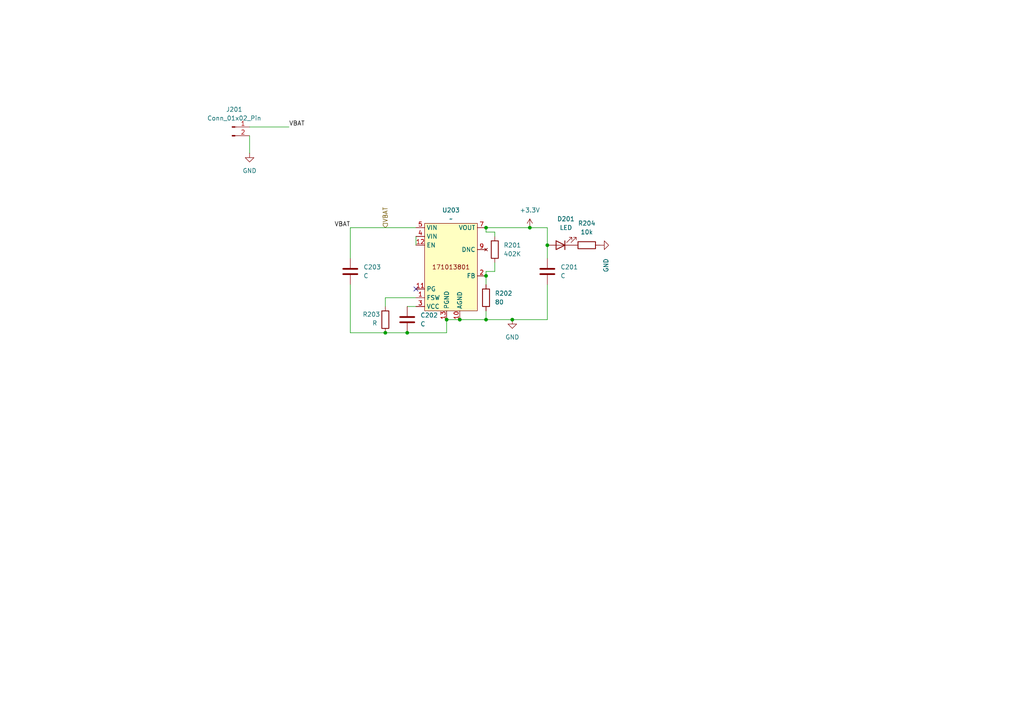
<source format=kicad_sch>
(kicad_sch (version 20231120) (generator "eeschema") (generator_version "8.0")
  (paper "A4")
  (lib_symbols
    (symbol "Connector:Conn_01x02_Pin" (pin_names (offset 1.016) hide)
      (property "Reference" "J" (at 0 2.54 0))
      (property "Value" "Conn_01x02_Pin" (at 0 -5.08 0))
      (symbol "Conn_01x02_Pin_1_1"
        (polyline (pts (xy 1.27 -2.54) (xy 0.8636 -2.54)) (stroke (width 0.1524)))
        (polyline (pts (xy 1.27 0) (xy 0.8636 0)) (stroke (width 0.1524)))
        (rectangle (start 0.8636 -2.413) (end 0 -2.667) (stroke (width 0.1524)) (fill (type outline)))
        (rectangle (start 0.8636 0.127) (end 0 -0.127) (stroke (width 0.1524)) (fill (type outline)))
        (pin passive line (at 5.08 0 180) (length 3.81) (name "Pin_1") (number "1"))
        (pin passive line (at 5.08 -2.54 180) (length 3.81) (name "Pin_2") (number "2"))
      )
    )
    (symbol "Device:C" (pin_numbers hide) (pin_names (offset 0.254))
      (property "Reference" "C" (at 0.635 2.54 0))
      (property "Value" "C" (at 0.635 -2.54 0))
      (symbol "C_0_1"
        (polyline (pts (xy -2.032 -0.762) (xy 2.032 -0.762)) (stroke (width 0.508)))
        (polyline (pts (xy -2.032 0.762) (xy 2.032 0.762)) (stroke (width 0.508)))
      )
      (symbol "C_1_1"
        (pin passive line (at 0 3.81 270) (length 2.794) (name "~") (number "1"))
        (pin passive line (at 0 -3.81 90) (length 2.794) (name "~") (number "2"))
      )
    )
    (symbol "Device:LED" (pin_numbers hide) (pin_names (offset 1.016) hide)
      (property "Reference" "D" (at 0 2.54 0))
      (property "Value" "LED" (at 0 -2.54 0))
      (symbol "LED_0_1"
        (polyline (pts (xy -1.27 -1.27) (xy -1.27 1.27)) (stroke (width 0.254)))
        (polyline (pts (xy -1.27 0) (xy 1.27 0)))
        (polyline (pts (xy 1.27 -1.27) (xy 1.27 1.27) (xy -1.27 0) (xy 1.27 -1.27)) (stroke (width 0.254)))
        (polyline (pts (xy -3.048 -0.762) (xy -4.572 -2.286) (xy -3.81 -2.286) (xy -4.572 -2.286) (xy -4.572 -1.524)))
        (polyline (pts (xy -1.778 -0.762) (xy -3.302 -2.286) (xy -2.54 -2.286) (xy -3.302 -2.286) (xy -3.302 -1.524)))
      )
      (symbol "LED_1_1"
        (pin passive line (at -3.81 0 0) (length 2.54) (name "K") (number "1"))
        (pin passive line (at 3.81 0 180) (length 2.54) (name "A") (number "2"))
      )
    )
    (symbol "Device:R" (pin_numbers hide) (pin_names (offset 0))
      (property "Reference" "R" (at 2.032 0 90))
      (property "Value" "R" (at 0 0 90))
      (symbol "R_0_1"
        (rectangle (start -1.016 -2.54) (end 1.016 2.54) (stroke (width 0.254)))
      )
      (symbol "R_1_1"
        (pin passive line (at 0 3.81 270) (length 1.27) (name "~") (number "1"))
        (pin passive line (at 0 -3.81 90) (length 1.27) (name "~") (number "2"))
      )
    )
    (symbol "makermotor:171013801"
      (property "Reference" "U" (at 0 11.43 0))
      (symbol "171013801_1_1"
        (rectangle (start -7.62 12.7) (end 7.62 -12.7) (fill (type background)))
        (text "171013801" (at 0 0 0) (effects (font (size 1.27 1.27))))
        (pin power_in line (at -10.16 -8.89 0) (length 2.54) (name "FSW") (number "1"))
        (pin power_in line (at 2.54 -15.24 90) (length 2.54) (name "AGND") (number "10"))
        (pin power_in line (at -10.16 -6.35 0) (length 2.54) (name "PG") (number "11"))
        (pin input line (at -10.16 6.35 0) (length 2.54) (name "EN") (number "12"))
        (pin power_in line (at -1.27 -15.24 90) (length 2.54) (name "PGND") (number "13"))
        (pin power_out line (at 10.16 -2.54 180) (length 2.54) (name "FB") (number "2"))
        (pin power_in line (at -10.16 -11.43 0) (length 2.54) (name "VCC") (number "3"))
        (pin input line (at -10.16 8.89 0) (length 2.54) (name "VIN") (number "4"))
        (pin input line (at -10.16 11.43 0) (length 2.54) (name "VIN") (number "5"))
        (pin power_out line (at 10.16 11.43 180) (length 2.54) (name "VOUT") (number "7"))
        (pin no_connect line (at 10.16 5.08 180) (length 2.54) (name "DNC") (number "9"))
      )
    )
    (symbol "power:+3.3V" (power) (pin_numbers hide) (pin_names (offset 0) hide)
      (property "Value" "+3.3V" (at 0 3.556 0))
      (symbol "+3.3V_0_1"
        (polyline (pts (xy -0.762 1.27) (xy 0 2.54)))
        (polyline (pts (xy 0 0) (xy 0 2.54)))
        (polyline (pts (xy 0 2.54) (xy 0.762 1.27)))
      )
      (symbol "+3.3V_1_1"
        (pin power_in line (at 0 0 90) (length 0) (name "~") (number "1"))
      )
    )
    (symbol "power:GND" (power) (pin_numbers hide) (pin_names (offset 0) hide)
      (property "Value" "GND" (at 0 -3.81 0))
      (symbol "GND_0_1"
        (polyline (pts (xy 0 0) (xy 0 -1.27) (xy 1.27 -1.27) (xy 0 -2.54) (xy -1.27 -1.27) (xy 0 -1.27)))
      )
      (symbol "GND_1_1"
        (pin power_in line (at 0 0 270) (length 0) (name "~") (number "1"))
      )
    )
  )
  (junction (at 140.97 92.71))
  (junction (at 129.54 92.71))
  (junction (at 158.75 71.12))
  (junction (at 140.97 66.04))
  (junction (at 111.76 96.52))
  (junction (at 133.35 92.71))
  (junction (at 148.59 92.71))
  (junction (at 153.67 66.04))
  (junction (at 140.97 80.01))
  (junction (at 118.11 96.52))
  (no_connect (at 120.65 83.82))
  (wire (pts (xy 153.67 66.04) (xy 140.97 66.04)))
  (wire (pts (xy 140.97 67.31) (xy 140.97 66.04)))
  (wire (pts (xy 111.76 96.52) (xy 118.11 96.52)))
  (wire (pts (xy 158.75 92.71) (xy 158.75 82.55)))
  (wire (pts (xy 101.6 66.04) (xy 120.65 66.04)))
  (wire (pts (xy 101.6 96.52) (xy 111.76 96.52)))
  (wire (pts (xy 101.6 74.93) (xy 101.6 66.04)))
  (wire (pts (xy 140.97 78.74) (xy 140.97 80.01)))
  (wire (pts (xy 158.75 74.93) (xy 158.75 71.12)))
  (wire (pts (xy 143.51 76.2) (xy 143.51 78.74)))
  (wire (pts (xy 111.76 86.36) (xy 120.65 86.36)))
  (wire (pts (xy 140.97 80.01) (xy 140.97 82.55)))
  (wire (pts (xy 140.97 92.71) (xy 148.59 92.71)))
  (wire (pts (xy 143.51 67.31) (xy 140.97 67.31)))
  (wire (pts (xy 118.11 88.9) (xy 120.65 88.9)))
  (wire (pts (xy 120.65 68.58) (xy 120.65 71.12)))
  (wire (pts (xy 140.97 90.17) (xy 140.97 92.71)))
  (wire (pts (xy 72.39 39.37) (xy 72.39 44.45)))
  (wire (pts (xy 101.6 82.55) (xy 101.6 96.52)))
  (wire (pts (xy 111.76 86.36) (xy 111.76 88.9)))
  (wire (pts (xy 129.54 96.52) (xy 118.11 96.52)))
  (wire (pts (xy 148.59 92.71) (xy 158.75 92.71)))
  (wire (pts (xy 72.39 36.83) (xy 83.82 36.83)))
  (wire (pts (xy 129.54 92.71) (xy 133.35 92.71)))
  (wire (pts (xy 143.51 67.31) (xy 143.51 68.58)))
  (wire (pts (xy 143.51 78.74) (xy 140.97 78.74)))
  (wire (pts (xy 140.97 92.71) (xy 133.35 92.71)))
  (wire (pts (xy 158.75 66.04) (xy 153.67 66.04)))
  (wire (pts (xy 129.54 92.71) (xy 129.54 96.52)))
  (wire (pts (xy 158.75 71.12) (xy 158.75 66.04)))
  (label "VBAT" (at 83.82 36.83 0))
  (label "VBAT" (at 101.6 66.04 180))
  (hierarchical_label "VBAT" (shape input) (at 111.76 66.04 90))
  (symbol (lib_id "power:GND") (at 173.99 71.12 90) (unit 1)
    (property "Reference" "#PWR0205" (effects (hide yes)))
    (property "Value" "GND" (at 175.768 74.93 0) (effects (justify right)))
    (property "Description" "Power symbol creates a global label with name \"GND\" , ground" (effects (hide yes)))
  )
  (symbol (lib_id "Device:R") (at 143.51 72.39 0) (unit 1)
    (property "Reference" "R201" (at 146.05 71.1199 0) (effects (justify left)))
    (property "Value" "402K" (at 146.05 73.6599 0) (effects (justify left)))
    (property "Footprint" "Resistor_SMD:R_0402_1005Metric" (effects (hide yes)))
    (property "Description" "Resistor" (effects (hide yes)))
  )
  (symbol (lib_id "makermotor:171013801") (at 130.81 77.47 0) (unit 1)
    (property "Reference" "U203" (at 130.81 60.96 0))
    (property "Value" "~" (at 130.81 63.5 0))
    (property "Footprint" "MakerMotor:171013801" (effects (hide yes)))
  )
  (symbol (lib_id "power:+3.3V") (at 153.67 66.04 0) (unit 1)
    (property "Reference" "#PWR0201" (effects (hide yes)))
    (property "Value" "+3.3V" (at 153.67 60.96 0))
    (property "Description" "Power symbol creates a global label with name \"+3.3V\"" (effects (hide yes)))
  )
  (symbol (lib_id "Device:C") (at 118.11 92.71 0) (unit 1)
    (property "Reference" "C202" (at 121.92 91.4399 0) (effects (justify left)))
    (property "Value" "C" (at 121.92 93.9799 0) (effects (justify left)))
    (property "Footprint" "Capacitor_SMD:C_0402_1005Metric" (effects (hide yes)))
    (property "Description" "Unpolarized capacitor" (effects (hide yes)))
  )
  (symbol (lib_id "Device:R") (at 111.76 92.71 0) (unit 1)
    (property "Reference" "R203" (at 105.156 91.186 0) (effects (justify left)))
    (property "Value" "R" (at 107.95 93.726 0) (effects (justify left)))
    (property "Footprint" "Resistor_SMD:R_0402_1005Metric" (effects (hide yes)))
    (property "Description" "Resistor" (effects (hide yes)))
  )
  (symbol (lib_id "Device:R") (at 170.18 71.12 270) (unit 1)
    (property "Reference" "R204" (at 170.18 64.77 90))
    (property "Value" "10k" (at 170.18 67.31 90))
    (property "Footprint" "Resistor_SMD:R_0402_1005Metric" (effects (hide yes)))
    (property "Description" "Resistor" (effects (hide yes)))
  )
  (symbol (lib_id "Device:R") (at 140.97 86.36 0) (unit 1)
    (property "Reference" "R202" (at 143.51 85.0899 0) (effects (justify left)))
    (property "Value" "80" (at 143.51 87.6299 0) (effects (justify left)))
    (property "Footprint" "Resistor_SMD:R_0402_1005Metric" (effects (hide yes)))
    (property "Description" "Resistor" (effects (hide yes)))
  )
  (symbol (lib_id "Device:C") (at 158.75 78.74 0) (unit 1)
    (property "Reference" "C201" (at 162.56 77.4699 0) (effects (justify left)))
    (property "Value" "C" (at 162.56 80.0099 0) (effects (justify left)))
    (property "Footprint" "Capacitor_SMD:C_0402_1005Metric" (effects (hide yes)))
    (property "Description" "Unpolarized capacitor" (effects (hide yes)))
  )
  (symbol (lib_id "Connector:Conn_01x02_Pin") (at 67.31 36.83 0) (unit 1)
    (property "Reference" "J201" (at 67.945 31.75 0))
    (property "Value" "Conn_01x02_Pin" (at 67.945 34.29 0))
    (property "Footprint" "Connector_AMASS:AMASS_XT60-F_1x02_P7.20mm_Vertical" (effects (hide yes)))
    (property "Description" "Generic connector, single row, 01x02, script generated" (effects (hide yes)))
  )
  (symbol (lib_id "Device:C") (at 101.6 78.74 0) (unit 1)
    (property "Reference" "C203" (at 105.41 77.4699 0) (effects (justify left)))
    (property "Value" "C" (at 105.41 80.0099 0) (effects (justify left)))
    (property "Footprint" "Capacitor_SMD:C_0402_1005Metric" (effects (hide yes)))
    (property "Description" "Unpolarized capacitor" (effects (hide yes)))
  )
  (symbol (lib_id "Device:LED") (at 162.56 71.12 180) (unit 1)
    (property "Reference" "D201" (at 164.1475 63.5 0))
    (property "Value" "LED" (at 164.1475 66.04 0))
    (property "Footprint" "LED_SMD:LED_0603_1608Metric" (effects (hide yes)))
    (property "Description" "Light emitting diode" (effects (hide yes)))
  )
  (symbol (lib_id "power:GND") (at 72.39 44.45 0) (unit 1)
    (property "Reference" "#PWR0202" (effects (hide yes)))
    (property "Value" "GND" (at 72.39 49.53 0))
    (property "Description" "Power symbol creates a global label with name \"GND\" , ground" (effects (hide yes)))
  )
  (symbol (lib_id "power:GND") (at 148.59 92.71 0) (unit 1)
    (property "Reference" "#PWR0204" (effects (hide yes)))
    (property "Value" "GND" (at 148.59 97.79 0))
    (property "Description" "Power symbol creates a global label with name \"GND\" , ground" (effects (hide yes)))
  )
)
</source>
